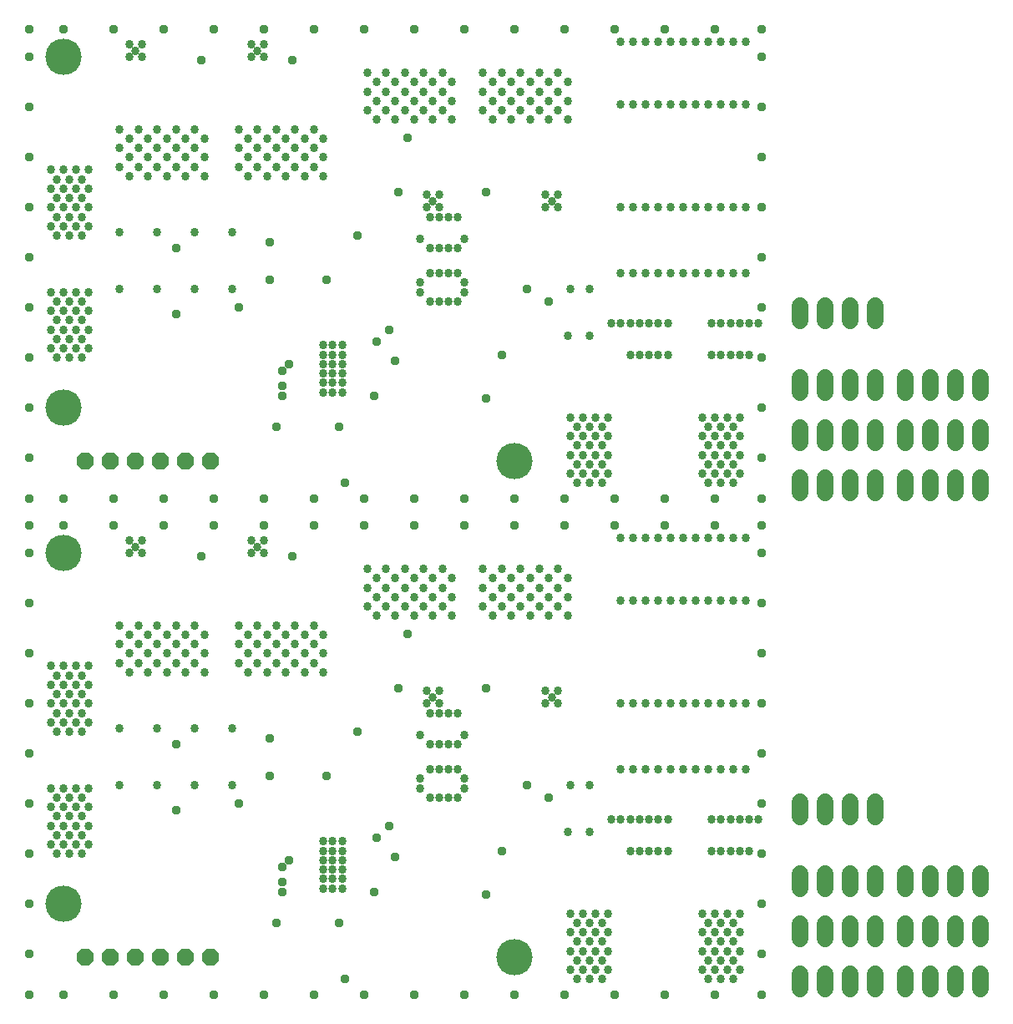
<source format=gbr>
G04 EAGLE Gerber RS-274X export*
G75*
%MOMM*%
%FSLAX34Y34*%
%LPD*%
%INSoldermask Bottom*%
%IPPOS*%
%AMOC8*
5,1,8,0,0,1.08239X$1,22.5*%
G01*
%ADD10C,3.683000*%
%ADD11P,1.869504X8X112.500000*%
%ADD12C,1.727200*%
%ADD13C,0.959600*%
%ADD14C,0.859600*%


D10*
X508000Y50165D03*
X50800Y459740D03*
X50800Y104140D03*
X508000Y553085D03*
X50800Y962660D03*
X50800Y607060D03*
D11*
X73025Y50165D03*
X98425Y50165D03*
X123825Y50165D03*
X149225Y50165D03*
X174625Y50165D03*
X200025Y50165D03*
X73025Y553085D03*
X98425Y553085D03*
X123825Y553085D03*
X149225Y553085D03*
X174625Y553085D03*
X200025Y553085D03*
D12*
X904720Y33020D02*
X904720Y17780D01*
X930120Y17780D02*
X930120Y33020D01*
X955520Y33020D02*
X955520Y17780D01*
X980920Y17780D02*
X980920Y33020D01*
X797720Y33020D02*
X797720Y17780D01*
X823120Y17780D02*
X823120Y33020D01*
X848520Y33020D02*
X848520Y17780D01*
X873920Y17780D02*
X873920Y33020D01*
X904720Y68580D02*
X904720Y83820D01*
X930120Y83820D02*
X930120Y68580D01*
X955520Y68580D02*
X955520Y83820D01*
X980920Y83820D02*
X980920Y68580D01*
X797720Y68580D02*
X797720Y83820D01*
X823120Y83820D02*
X823120Y68580D01*
X848520Y68580D02*
X848520Y83820D01*
X873920Y83820D02*
X873920Y68580D01*
X904720Y119380D02*
X904720Y134620D01*
X930120Y134620D02*
X930120Y119380D01*
X955520Y119380D02*
X955520Y134620D01*
X980920Y134620D02*
X980920Y119380D01*
X797720Y119380D02*
X797720Y134620D01*
X823120Y134620D02*
X823120Y119380D01*
X848520Y119380D02*
X848520Y134620D01*
X873920Y134620D02*
X873920Y119380D01*
X797720Y192880D02*
X797720Y208120D01*
X823120Y208120D02*
X823120Y192880D01*
X848520Y192880D02*
X848520Y208120D01*
X873920Y208120D02*
X873920Y192880D01*
X904720Y520700D02*
X904720Y535940D01*
X930120Y535940D02*
X930120Y520700D01*
X955520Y520700D02*
X955520Y535940D01*
X980920Y535940D02*
X980920Y520700D01*
X797720Y520700D02*
X797720Y535940D01*
X823120Y535940D02*
X823120Y520700D01*
X848520Y520700D02*
X848520Y535940D01*
X873920Y535940D02*
X873920Y520700D01*
X904720Y571500D02*
X904720Y586740D01*
X930120Y586740D02*
X930120Y571500D01*
X955520Y571500D02*
X955520Y586740D01*
X980920Y586740D02*
X980920Y571500D01*
X797720Y571500D02*
X797720Y586740D01*
X823120Y586740D02*
X823120Y571500D01*
X848520Y571500D02*
X848520Y586740D01*
X873920Y586740D02*
X873920Y571500D01*
X904720Y622300D02*
X904720Y637540D01*
X930120Y637540D02*
X930120Y622300D01*
X955520Y622300D02*
X955520Y637540D01*
X980920Y637540D02*
X980920Y622300D01*
X797720Y622300D02*
X797720Y637540D01*
X823120Y637540D02*
X823120Y622300D01*
X848520Y622300D02*
X848520Y637540D01*
X873920Y637540D02*
X873920Y622300D01*
X797720Y695800D02*
X797720Y711040D01*
X823120Y711040D02*
X823120Y695800D01*
X848520Y695800D02*
X848520Y711040D01*
X873920Y711040D02*
X873920Y695800D01*
D13*
X272879Y142069D03*
X365656Y116534D03*
X400050Y377924D03*
X273050Y126365D03*
X317500Y234315D03*
D14*
X358775Y443865D03*
X368300Y434340D03*
X377825Y443865D03*
X387350Y434340D03*
X396875Y443865D03*
X406400Y434340D03*
X415925Y443865D03*
X425450Y434340D03*
X434975Y443865D03*
X444500Y434340D03*
X358775Y424815D03*
X377825Y424815D03*
X396875Y424815D03*
X415925Y424815D03*
X434975Y424815D03*
X368300Y415290D03*
X387350Y415290D03*
X406400Y415290D03*
X425450Y415290D03*
X444500Y415290D03*
X434975Y405765D03*
X415925Y405765D03*
X396875Y405765D03*
X377825Y405765D03*
X358775Y405765D03*
X368300Y396240D03*
X387350Y396240D03*
X406400Y396240D03*
X425450Y396240D03*
X444500Y396240D03*
X476250Y443865D03*
X485775Y434340D03*
X495300Y443865D03*
X504825Y434340D03*
X514350Y443865D03*
X523875Y434340D03*
X533400Y443865D03*
X542925Y434340D03*
X552450Y443865D03*
X561975Y434340D03*
X476250Y424815D03*
X495300Y424815D03*
X514350Y424815D03*
X533400Y424815D03*
X552450Y424815D03*
X485775Y415290D03*
X504825Y415290D03*
X523875Y415290D03*
X542925Y415290D03*
X561975Y415290D03*
X552450Y405765D03*
X533400Y405765D03*
X514350Y405765D03*
X495300Y405765D03*
X476250Y405765D03*
X485775Y396240D03*
X504825Y396240D03*
X523875Y396240D03*
X542925Y396240D03*
X561975Y396240D03*
X615950Y475615D03*
X628650Y475615D03*
X641350Y475615D03*
X654050Y475615D03*
X666750Y475615D03*
X679450Y475615D03*
X692150Y475615D03*
X704850Y475615D03*
X717550Y475615D03*
X730250Y475615D03*
X742950Y475615D03*
X615950Y412115D03*
X628650Y412115D03*
X641350Y412115D03*
X654050Y412115D03*
X666750Y412115D03*
X679450Y412115D03*
X692150Y412115D03*
X704850Y412115D03*
X717550Y412115D03*
X730250Y412115D03*
X742950Y412115D03*
X117475Y472440D03*
X130175Y472440D03*
X123825Y466090D03*
X117475Y459740D03*
X130175Y459740D03*
X241300Y472440D03*
X254000Y472440D03*
X247650Y466090D03*
X241300Y459740D03*
X254000Y459740D03*
D13*
X228600Y205740D03*
X349250Y278765D03*
D14*
X412750Y275590D03*
X457200Y275590D03*
X422275Y297815D03*
X450850Y297815D03*
X422275Y266065D03*
X431800Y266065D03*
X441325Y266065D03*
X450850Y266065D03*
X419100Y307340D03*
X431800Y307340D03*
X425450Y313690D03*
X419100Y320040D03*
X431800Y320040D03*
X539750Y307340D03*
X552450Y307340D03*
X546100Y313690D03*
X539750Y320040D03*
X552450Y320040D03*
X431800Y297815D03*
X441325Y297815D03*
D13*
X15875Y12065D03*
X50800Y12065D03*
X101600Y12065D03*
X152400Y12065D03*
X203200Y12065D03*
X254000Y12065D03*
X15875Y53340D03*
X15875Y104140D03*
X15875Y154940D03*
X304800Y12065D03*
X355600Y12065D03*
X406400Y12065D03*
X457200Y12065D03*
X508000Y12065D03*
X558800Y12065D03*
X609600Y12065D03*
X660400Y12065D03*
X711200Y12065D03*
X758825Y12065D03*
X758825Y53340D03*
X758825Y104140D03*
X758825Y154940D03*
X758825Y205740D03*
X758825Y256540D03*
X758825Y307340D03*
X758825Y358140D03*
X758825Y408940D03*
X758825Y459740D03*
X15875Y205740D03*
X15875Y256540D03*
X15875Y307340D03*
X15875Y358140D03*
X15875Y408940D03*
X15875Y459740D03*
X15875Y488315D03*
X50800Y488315D03*
X101600Y488315D03*
X152400Y488315D03*
X203200Y488315D03*
X254000Y488315D03*
X304800Y488315D03*
X355600Y488315D03*
X406400Y488315D03*
X457200Y488315D03*
X508000Y488315D03*
X558800Y488315D03*
X609600Y488315D03*
X660400Y488315D03*
X711200Y488315D03*
X758825Y488315D03*
D14*
X323850Y167640D03*
X314325Y167640D03*
X333375Y167640D03*
X314325Y158115D03*
X323850Y158115D03*
X333375Y158115D03*
X314325Y148590D03*
X323850Y148590D03*
X333375Y148590D03*
X314325Y139065D03*
X323850Y139065D03*
X333375Y139065D03*
X314325Y129540D03*
X323850Y129540D03*
X333375Y129540D03*
X314325Y120015D03*
X323850Y120015D03*
X333375Y120015D03*
X561975Y177165D03*
X584200Y177165D03*
X412750Y231140D03*
X412750Y221615D03*
X422275Y212090D03*
X431800Y212090D03*
X441325Y212090D03*
X450850Y212090D03*
X422275Y240665D03*
X431800Y240665D03*
X441325Y240665D03*
X450850Y240665D03*
X457200Y231140D03*
X457200Y221615D03*
X107950Y224790D03*
X146050Y224790D03*
X184150Y224790D03*
X222250Y224790D03*
X606425Y189865D03*
X615950Y189865D03*
X625475Y189865D03*
X635000Y189865D03*
X644525Y189865D03*
X654050Y189865D03*
X663575Y189865D03*
X663575Y158115D03*
X654050Y158115D03*
X644525Y158115D03*
X635000Y158115D03*
X625475Y158115D03*
X565150Y94615D03*
X577850Y94615D03*
X590550Y94615D03*
X603250Y94615D03*
X571500Y85090D03*
X584200Y85090D03*
X596900Y85090D03*
X565150Y75565D03*
X577850Y75565D03*
X590550Y75565D03*
X603250Y75565D03*
X571500Y66040D03*
X584200Y66040D03*
X596900Y66040D03*
X565150Y56515D03*
X577850Y56515D03*
X590550Y56515D03*
X603250Y56515D03*
X571500Y46990D03*
X584200Y46990D03*
X596900Y46990D03*
X565150Y37465D03*
X577850Y37465D03*
X590550Y37465D03*
X603250Y37465D03*
X571500Y27940D03*
X584200Y27940D03*
X596900Y27940D03*
X38100Y221615D03*
X50800Y221615D03*
X63500Y221615D03*
X76200Y221615D03*
X44450Y212090D03*
X57150Y212090D03*
X69850Y212090D03*
X38100Y202565D03*
X50800Y202565D03*
X63500Y202565D03*
X76200Y202565D03*
X44450Y193040D03*
X57150Y193040D03*
X69850Y193040D03*
X38100Y183515D03*
X50800Y183515D03*
X63500Y183515D03*
X76200Y183515D03*
X44450Y173990D03*
X57150Y173990D03*
X69850Y173990D03*
X38100Y164465D03*
X50800Y164465D03*
X63500Y164465D03*
X76200Y164465D03*
X44450Y154940D03*
X57150Y154940D03*
X69850Y154940D03*
D13*
X266700Y85090D03*
X330200Y85090D03*
X260350Y234315D03*
X479425Y113665D03*
X542925Y212090D03*
D14*
X755650Y189865D03*
X746125Y189865D03*
X736600Y189865D03*
X727075Y189865D03*
X717550Y189865D03*
X708025Y189865D03*
X708025Y158115D03*
X717550Y158115D03*
X727075Y158115D03*
X736600Y158115D03*
X746125Y158115D03*
X615950Y307340D03*
X628650Y307340D03*
X641350Y307340D03*
X654050Y307340D03*
X666750Y307340D03*
X679450Y307340D03*
X692150Y307340D03*
X704850Y307340D03*
X717550Y307340D03*
X730250Y307340D03*
X742950Y307340D03*
X615950Y240665D03*
X628650Y240665D03*
X641350Y240665D03*
X654050Y240665D03*
X666750Y240665D03*
X679450Y240665D03*
X692150Y240665D03*
X704850Y240665D03*
X717550Y240665D03*
X730250Y240665D03*
X742950Y240665D03*
X584200Y224790D03*
X565150Y224790D03*
X698500Y94615D03*
X711200Y94615D03*
X723900Y94615D03*
X736600Y94615D03*
X704850Y85090D03*
X717550Y85090D03*
X730250Y85090D03*
X698500Y75565D03*
X711200Y75565D03*
X723900Y75565D03*
X736600Y75565D03*
X704850Y66040D03*
X717550Y66040D03*
X730250Y66040D03*
X698500Y56515D03*
X711200Y56515D03*
X723900Y56515D03*
X736600Y56515D03*
X704850Y46990D03*
X717550Y46990D03*
X730250Y46990D03*
X698500Y37465D03*
X711200Y37465D03*
X723900Y37465D03*
X736600Y37465D03*
X704850Y27940D03*
X717550Y27940D03*
X730250Y27940D03*
D13*
X390525Y323215D03*
X479425Y323215D03*
X279400Y148741D03*
X190500Y456565D03*
X282575Y456565D03*
X272824Y116389D03*
X336550Y27940D03*
X381000Y183515D03*
X387350Y151765D03*
X495300Y158115D03*
X368300Y171566D03*
X520700Y224790D03*
X165100Y266065D03*
D14*
X107950Y386715D03*
X117475Y377190D03*
X127000Y386715D03*
X136525Y377190D03*
X146050Y386715D03*
X155575Y377190D03*
X165100Y386715D03*
X174625Y377190D03*
X184150Y386715D03*
X193675Y377190D03*
X107950Y367665D03*
X127000Y367665D03*
X146050Y367665D03*
X165100Y367665D03*
X184150Y367665D03*
X117475Y358140D03*
X136525Y358140D03*
X155575Y358140D03*
X174625Y358140D03*
X193675Y358140D03*
X184150Y348615D03*
X165100Y348615D03*
X146050Y348615D03*
X127000Y348615D03*
X107950Y348615D03*
X117475Y339090D03*
X136525Y339090D03*
X155575Y339090D03*
X174625Y339090D03*
X193675Y339090D03*
X228600Y386715D03*
X238125Y377190D03*
X247650Y386715D03*
X257175Y377190D03*
X266700Y386715D03*
X276225Y377190D03*
X285750Y386715D03*
X295275Y377190D03*
X304800Y386715D03*
X314325Y377190D03*
X228600Y367665D03*
X247650Y367665D03*
X266700Y367665D03*
X285750Y367665D03*
X304800Y367665D03*
X238125Y358140D03*
X257175Y358140D03*
X276225Y358140D03*
X295275Y358140D03*
X314325Y358140D03*
X304800Y348615D03*
X285750Y348615D03*
X266700Y348615D03*
X247650Y348615D03*
X228600Y348615D03*
X238125Y339090D03*
X257175Y339090D03*
X276225Y339090D03*
X295275Y339090D03*
X314325Y339090D03*
X107950Y281940D03*
X146050Y281940D03*
X184150Y281940D03*
X222250Y281940D03*
X38100Y345440D03*
X50800Y345440D03*
X63500Y345440D03*
X76200Y345440D03*
X44450Y335915D03*
X57150Y335915D03*
X69850Y335915D03*
X38100Y326390D03*
X50800Y326390D03*
X63500Y326390D03*
X76200Y326390D03*
X44450Y316865D03*
X57150Y316865D03*
X69850Y316865D03*
X38100Y307340D03*
X50800Y307340D03*
X63500Y307340D03*
X76200Y307340D03*
X44450Y297815D03*
X57150Y297815D03*
X69850Y297815D03*
X38100Y288290D03*
X50800Y288290D03*
X63500Y288290D03*
X76200Y288290D03*
X44450Y278765D03*
X57150Y278765D03*
X69850Y278765D03*
D13*
X165100Y199390D03*
X260350Y272415D03*
X272879Y644989D03*
X365656Y619454D03*
X400050Y880844D03*
X273050Y629285D03*
X317500Y737235D03*
D14*
X358775Y946785D03*
X368300Y937260D03*
X377825Y946785D03*
X387350Y937260D03*
X396875Y946785D03*
X406400Y937260D03*
X415925Y946785D03*
X425450Y937260D03*
X434975Y946785D03*
X444500Y937260D03*
X358775Y927735D03*
X377825Y927735D03*
X396875Y927735D03*
X415925Y927735D03*
X434975Y927735D03*
X368300Y918210D03*
X387350Y918210D03*
X406400Y918210D03*
X425450Y918210D03*
X444500Y918210D03*
X434975Y908685D03*
X415925Y908685D03*
X396875Y908685D03*
X377825Y908685D03*
X358775Y908685D03*
X368300Y899160D03*
X387350Y899160D03*
X406400Y899160D03*
X425450Y899160D03*
X444500Y899160D03*
X476250Y946785D03*
X485775Y937260D03*
X495300Y946785D03*
X504825Y937260D03*
X514350Y946785D03*
X523875Y937260D03*
X533400Y946785D03*
X542925Y937260D03*
X552450Y946785D03*
X561975Y937260D03*
X476250Y927735D03*
X495300Y927735D03*
X514350Y927735D03*
X533400Y927735D03*
X552450Y927735D03*
X485775Y918210D03*
X504825Y918210D03*
X523875Y918210D03*
X542925Y918210D03*
X561975Y918210D03*
X552450Y908685D03*
X533400Y908685D03*
X514350Y908685D03*
X495300Y908685D03*
X476250Y908685D03*
X485775Y899160D03*
X504825Y899160D03*
X523875Y899160D03*
X542925Y899160D03*
X561975Y899160D03*
X615950Y978535D03*
X628650Y978535D03*
X641350Y978535D03*
X654050Y978535D03*
X666750Y978535D03*
X679450Y978535D03*
X692150Y978535D03*
X704850Y978535D03*
X717550Y978535D03*
X730250Y978535D03*
X742950Y978535D03*
X615950Y915035D03*
X628650Y915035D03*
X641350Y915035D03*
X654050Y915035D03*
X666750Y915035D03*
X679450Y915035D03*
X692150Y915035D03*
X704850Y915035D03*
X717550Y915035D03*
X730250Y915035D03*
X742950Y915035D03*
X117475Y975360D03*
X130175Y975360D03*
X123825Y969010D03*
X117475Y962660D03*
X130175Y962660D03*
X241300Y975360D03*
X254000Y975360D03*
X247650Y969010D03*
X241300Y962660D03*
X254000Y962660D03*
D13*
X228600Y708660D03*
X349250Y781685D03*
D14*
X412750Y778510D03*
X457200Y778510D03*
X422275Y800735D03*
X450850Y800735D03*
X422275Y768985D03*
X431800Y768985D03*
X441325Y768985D03*
X450850Y768985D03*
X419100Y810260D03*
X431800Y810260D03*
X425450Y816610D03*
X419100Y822960D03*
X431800Y822960D03*
X539750Y810260D03*
X552450Y810260D03*
X546100Y816610D03*
X539750Y822960D03*
X552450Y822960D03*
X431800Y800735D03*
X441325Y800735D03*
D13*
X15875Y514985D03*
X50800Y514985D03*
X101600Y514985D03*
X152400Y514985D03*
X203200Y514985D03*
X254000Y514985D03*
X15875Y556260D03*
X15875Y607060D03*
X15875Y657860D03*
X304800Y514985D03*
X355600Y514985D03*
X406400Y514985D03*
X457200Y514985D03*
X508000Y514985D03*
X558800Y514985D03*
X609600Y514985D03*
X660400Y514985D03*
X711200Y514985D03*
X758825Y514985D03*
X758825Y556260D03*
X758825Y607060D03*
X758825Y657860D03*
X758825Y708660D03*
X758825Y759460D03*
X758825Y810260D03*
X758825Y861060D03*
X758825Y911860D03*
X758825Y962660D03*
X15875Y708660D03*
X15875Y759460D03*
X15875Y810260D03*
X15875Y861060D03*
X15875Y911860D03*
X15875Y962660D03*
X15875Y991235D03*
X50800Y991235D03*
X101600Y991235D03*
X152400Y991235D03*
X203200Y991235D03*
X254000Y991235D03*
X304800Y991235D03*
X355600Y991235D03*
X406400Y991235D03*
X457200Y991235D03*
X508000Y991235D03*
X558800Y991235D03*
X609600Y991235D03*
X660400Y991235D03*
X711200Y991235D03*
X758825Y991235D03*
D14*
X323850Y670560D03*
X314325Y670560D03*
X333375Y670560D03*
X314325Y661035D03*
X323850Y661035D03*
X333375Y661035D03*
X314325Y651510D03*
X323850Y651510D03*
X333375Y651510D03*
X314325Y641985D03*
X323850Y641985D03*
X333375Y641985D03*
X314325Y632460D03*
X323850Y632460D03*
X333375Y632460D03*
X314325Y622935D03*
X323850Y622935D03*
X333375Y622935D03*
X561975Y680085D03*
X584200Y680085D03*
X412750Y734060D03*
X412750Y724535D03*
X422275Y715010D03*
X431800Y715010D03*
X441325Y715010D03*
X450850Y715010D03*
X422275Y743585D03*
X431800Y743585D03*
X441325Y743585D03*
X450850Y743585D03*
X457200Y734060D03*
X457200Y724535D03*
X107950Y727710D03*
X146050Y727710D03*
X184150Y727710D03*
X222250Y727710D03*
X606425Y692785D03*
X615950Y692785D03*
X625475Y692785D03*
X635000Y692785D03*
X644525Y692785D03*
X654050Y692785D03*
X663575Y692785D03*
X663575Y661035D03*
X654050Y661035D03*
X644525Y661035D03*
X635000Y661035D03*
X625475Y661035D03*
X565150Y597535D03*
X577850Y597535D03*
X590550Y597535D03*
X603250Y597535D03*
X571500Y588010D03*
X584200Y588010D03*
X596900Y588010D03*
X565150Y578485D03*
X577850Y578485D03*
X590550Y578485D03*
X603250Y578485D03*
X571500Y568960D03*
X584200Y568960D03*
X596900Y568960D03*
X565150Y559435D03*
X577850Y559435D03*
X590550Y559435D03*
X603250Y559435D03*
X571500Y549910D03*
X584200Y549910D03*
X596900Y549910D03*
X565150Y540385D03*
X577850Y540385D03*
X590550Y540385D03*
X603250Y540385D03*
X571500Y530860D03*
X584200Y530860D03*
X596900Y530860D03*
X38100Y724535D03*
X50800Y724535D03*
X63500Y724535D03*
X76200Y724535D03*
X44450Y715010D03*
X57150Y715010D03*
X69850Y715010D03*
X38100Y705485D03*
X50800Y705485D03*
X63500Y705485D03*
X76200Y705485D03*
X44450Y695960D03*
X57150Y695960D03*
X69850Y695960D03*
X38100Y686435D03*
X50800Y686435D03*
X63500Y686435D03*
X76200Y686435D03*
X44450Y676910D03*
X57150Y676910D03*
X69850Y676910D03*
X38100Y667385D03*
X50800Y667385D03*
X63500Y667385D03*
X76200Y667385D03*
X44450Y657860D03*
X57150Y657860D03*
X69850Y657860D03*
D13*
X266700Y588010D03*
X330200Y588010D03*
X260350Y737235D03*
X479425Y616585D03*
X542925Y715010D03*
D14*
X755650Y692785D03*
X746125Y692785D03*
X736600Y692785D03*
X727075Y692785D03*
X717550Y692785D03*
X708025Y692785D03*
X708025Y661035D03*
X717550Y661035D03*
X727075Y661035D03*
X736600Y661035D03*
X746125Y661035D03*
X615950Y810260D03*
X628650Y810260D03*
X641350Y810260D03*
X654050Y810260D03*
X666750Y810260D03*
X679450Y810260D03*
X692150Y810260D03*
X704850Y810260D03*
X717550Y810260D03*
X730250Y810260D03*
X742950Y810260D03*
X615950Y743585D03*
X628650Y743585D03*
X641350Y743585D03*
X654050Y743585D03*
X666750Y743585D03*
X679450Y743585D03*
X692150Y743585D03*
X704850Y743585D03*
X717550Y743585D03*
X730250Y743585D03*
X742950Y743585D03*
X584200Y727710D03*
X565150Y727710D03*
X698500Y597535D03*
X711200Y597535D03*
X723900Y597535D03*
X736600Y597535D03*
X704850Y588010D03*
X717550Y588010D03*
X730250Y588010D03*
X698500Y578485D03*
X711200Y578485D03*
X723900Y578485D03*
X736600Y578485D03*
X704850Y568960D03*
X717550Y568960D03*
X730250Y568960D03*
X698500Y559435D03*
X711200Y559435D03*
X723900Y559435D03*
X736600Y559435D03*
X704850Y549910D03*
X717550Y549910D03*
X730250Y549910D03*
X698500Y540385D03*
X711200Y540385D03*
X723900Y540385D03*
X736600Y540385D03*
X704850Y530860D03*
X717550Y530860D03*
X730250Y530860D03*
D13*
X390525Y826135D03*
X479425Y826135D03*
X279400Y651661D03*
X190500Y959485D03*
X282575Y959485D03*
X272824Y619309D03*
X336550Y530860D03*
X381000Y686435D03*
X387350Y654685D03*
X495300Y661035D03*
X368300Y674486D03*
X520700Y727710D03*
X165100Y768985D03*
D14*
X107950Y889635D03*
X117475Y880110D03*
X127000Y889635D03*
X136525Y880110D03*
X146050Y889635D03*
X155575Y880110D03*
X165100Y889635D03*
X174625Y880110D03*
X184150Y889635D03*
X193675Y880110D03*
X107950Y870585D03*
X127000Y870585D03*
X146050Y870585D03*
X165100Y870585D03*
X184150Y870585D03*
X117475Y861060D03*
X136525Y861060D03*
X155575Y861060D03*
X174625Y861060D03*
X193675Y861060D03*
X184150Y851535D03*
X165100Y851535D03*
X146050Y851535D03*
X127000Y851535D03*
X107950Y851535D03*
X117475Y842010D03*
X136525Y842010D03*
X155575Y842010D03*
X174625Y842010D03*
X193675Y842010D03*
X228600Y889635D03*
X238125Y880110D03*
X247650Y889635D03*
X257175Y880110D03*
X266700Y889635D03*
X276225Y880110D03*
X285750Y889635D03*
X295275Y880110D03*
X304800Y889635D03*
X314325Y880110D03*
X228600Y870585D03*
X247650Y870585D03*
X266700Y870585D03*
X285750Y870585D03*
X304800Y870585D03*
X238125Y861060D03*
X257175Y861060D03*
X276225Y861060D03*
X295275Y861060D03*
X314325Y861060D03*
X304800Y851535D03*
X285750Y851535D03*
X266700Y851535D03*
X247650Y851535D03*
X228600Y851535D03*
X238125Y842010D03*
X257175Y842010D03*
X276225Y842010D03*
X295275Y842010D03*
X314325Y842010D03*
X107950Y784860D03*
X146050Y784860D03*
X184150Y784860D03*
X222250Y784860D03*
X38100Y848360D03*
X50800Y848360D03*
X63500Y848360D03*
X76200Y848360D03*
X44450Y838835D03*
X57150Y838835D03*
X69850Y838835D03*
X38100Y829310D03*
X50800Y829310D03*
X63500Y829310D03*
X76200Y829310D03*
X44450Y819785D03*
X57150Y819785D03*
X69850Y819785D03*
X38100Y810260D03*
X50800Y810260D03*
X63500Y810260D03*
X76200Y810260D03*
X44450Y800735D03*
X57150Y800735D03*
X69850Y800735D03*
X38100Y791210D03*
X50800Y791210D03*
X63500Y791210D03*
X76200Y791210D03*
X44450Y781685D03*
X57150Y781685D03*
X69850Y781685D03*
D13*
X165100Y702310D03*
X260350Y775335D03*
M02*

</source>
